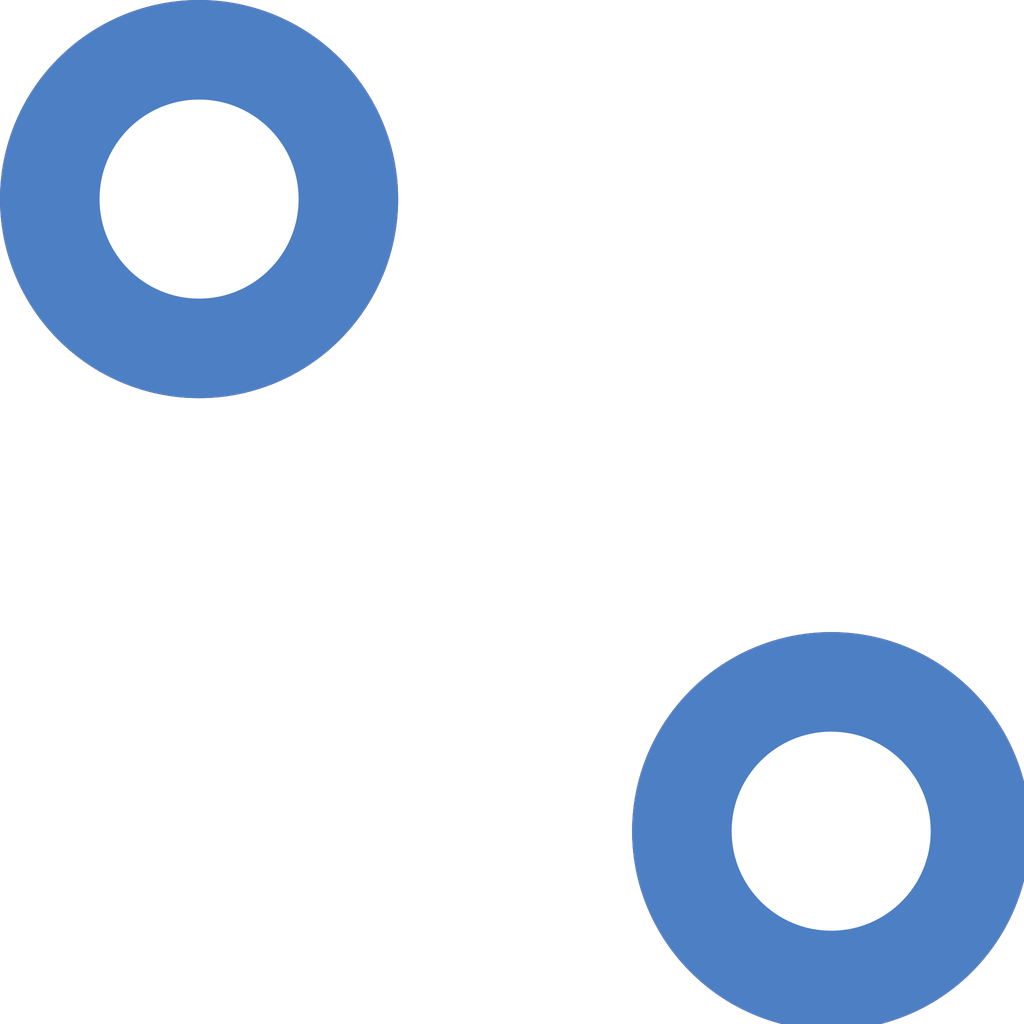
<source format=kicad_pcb>
(kicad_pcb (version 20221018) (generator pcbnew)

  (general
    (thickness 1.6)
  )

  (paper "A4")
  (layers
    (0 "F.Cu" signal)
    (31 "B.Cu" signal)
    (32 "B.Adhes" user "B.Adhesive")
    (33 "F.Adhes" user "F.Adhesive")
    (34 "B.Paste" user)
    (35 "F.Paste" user)
    (36 "B.SilkS" user "B.Silkscreen")
    (37 "F.SilkS" user "F.Silkscreen")
    (38 "B.Mask" user)
    (39 "F.Mask" user)
    (40 "Dwgs.User" user "User.Drawings")
    (41 "Cmts.User" user "User.Comments")
    (42 "Eco1.User" user "User.Eco1")
    (43 "Eco2.User" user "User.Eco2")
    (44 "Edge.Cuts" user)
    (45 "Margin" user)
    (46 "B.CrtYd" user "B.Courtyard")
    (47 "F.CrtYd" user "F.Courtyard")
    (48 "B.Fab" user)
    (49 "F.Fab" user)
    (50 "User.1" user)
    (51 "User.2" user)
    (52 "User.3" user)
    (53 "User.4" user)
    (54 "User.5" user)
    (55 "User.6" user)
    (56 "User.7" user)
    (57 "User.8" user)
    (58 "User.9" user)
  )

  (setup
    (pad_to_mask_clearance 0)
    (pcbplotparams
      (layerselection 0x00010fc_ffffffff)
      (plot_on_all_layers_selection 0x0000000_00000000)
      (disableapertmacros false)
      (usegerberextensions false)
      (usegerberattributes true)
      (usegerberadvancedattributes true)
      (creategerberjobfile true)
      (dashed_line_dash_ratio 12.000000)
      (dashed_line_gap_ratio 3.000000)
      (svgprecision 4)
      (plotframeref false)
      (viasonmask false)
      (mode 1)
      (useauxorigin false)
      (hpglpennumber 1)
      (hpglpenspeed 20)
      (hpglpendiameter 15.000000)
      (dxfpolygonmode true)
      (dxfimperialunits true)
      (dxfusepcbnewfont true)
      (psnegative false)
      (psa4output false)
      (plotreference true)
      (plotvalue true)
      (plotinvisibletext false)
      (sketchpadsonfab false)
      (subtractmaskfromsilk false)
      (outputformat 1)
      (mirror false)
      (drillshape 1)
      (scaleselection 1)
      (outputdirectory "")
    )
  )

  (net 0 "")

  (via (at 1.27 1.27) (size 0.8) (drill 0.4) (layers "F.Cu" "B.Cu") (net 0) (tstamp 29fcfe2b-51ed-4759-bfc1-ae5bbae24af2))
  (via (at 0 0) (size 0.8) (drill 0.4) (layers "F.Cu" "B.Cu") (net 0) (tstamp 44c58e04-7893-4930-a98b-59b14b95a5ae))

)

</source>
